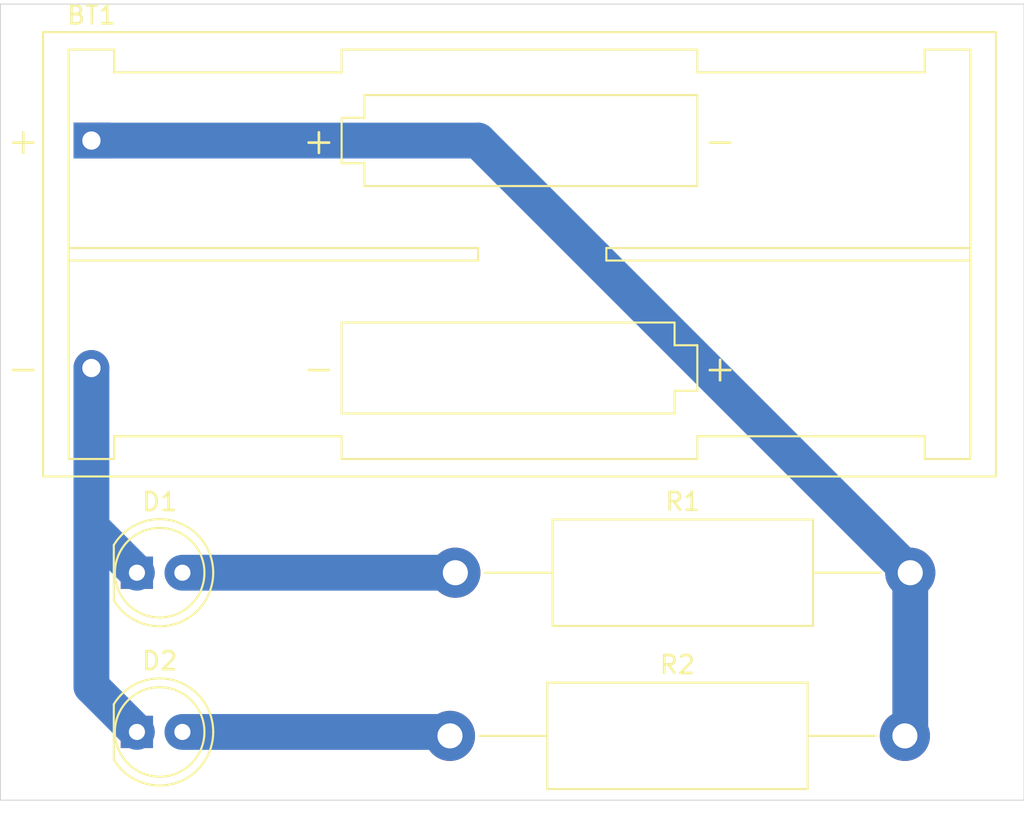
<source format=kicad_pcb>
(kicad_pcb (version 20171130) (host pcbnew "(5.1.6)-1")

  (general
    (thickness 1.6)
    (drawings 6)
    (tracks 11)
    (zones 0)
    (modules 5)
    (nets 5)
  )

  (page A4)
  (layers
    (0 F.Cu signal)
    (31 B.Cu signal)
    (32 B.Adhes user)
    (33 F.Adhes user)
    (34 B.Paste user)
    (35 F.Paste user)
    (36 B.SilkS user)
    (37 F.SilkS user)
    (38 B.Mask user)
    (39 F.Mask user)
    (40 Dwgs.User user)
    (41 Cmts.User user)
    (42 Eco1.User user)
    (43 Eco2.User user)
    (44 Edge.Cuts user)
    (45 Margin user)
    (46 B.CrtYd user)
    (47 F.CrtYd user)
    (48 B.Fab user)
    (49 F.Fab user)
  )

  (setup
    (last_trace_width 2)
    (user_trace_width 2)
    (trace_clearance 0.2)
    (zone_clearance 0.508)
    (zone_45_only no)
    (trace_min 0.2)
    (via_size 0.8)
    (via_drill 0.4)
    (via_min_size 0.4)
    (via_min_drill 0.3)
    (uvia_size 0.3)
    (uvia_drill 0.1)
    (uvias_allowed no)
    (uvia_min_size 0.2)
    (uvia_min_drill 0.1)
    (edge_width 0.05)
    (segment_width 0.2)
    (pcb_text_width 0.3)
    (pcb_text_size 1.5 1.5)
    (mod_edge_width 0.12)
    (mod_text_size 1 1)
    (mod_text_width 0.15)
    (pad_size 1.524 1.524)
    (pad_drill 0.762)
    (pad_to_mask_clearance 0.05)
    (aux_axis_origin 0 0)
    (visible_elements 7FFFFFFF)
    (pcbplotparams
      (layerselection 0x010fc_ffffffff)
      (usegerberextensions false)
      (usegerberattributes true)
      (usegerberadvancedattributes true)
      (creategerberjobfile true)
      (excludeedgelayer true)
      (linewidth 0.100000)
      (plotframeref false)
      (viasonmask false)
      (mode 1)
      (useauxorigin false)
      (hpglpennumber 1)
      (hpglpenspeed 20)
      (hpglpendiameter 15.000000)
      (psnegative false)
      (psa4output false)
      (plotreference true)
      (plotvalue true)
      (plotinvisibletext false)
      (padsonsilk false)
      (subtractmaskfromsilk false)
      (outputformat 1)
      (mirror false)
      (drillshape 1)
      (scaleselection 1)
      (outputdirectory ""))
  )

  (net 0 "")
  (net 1 GND)
  (net 2 "Net-(BT1-Pad1)")
  (net 3 "Net-(D1-Pad2)")
  (net 4 "Net-(D2-Pad2)")

  (net_class Default "This is the default net class."
    (clearance 0.2)
    (trace_width 0.25)
    (via_dia 0.8)
    (via_drill 0.4)
    (uvia_dia 0.3)
    (uvia_drill 0.1)
    (add_net GND)
    (add_net "Net-(BT1-Pad1)")
    (add_net "Net-(D1-Pad2)")
    (add_net "Net-(D2-Pad2)")
  )

  (module Resistor_THT:R_Axial_DIN0614_L14.3mm_D5.7mm_P25.40mm_Horizontal (layer F.Cu) (tedit 5AE5139B) (tstamp 5FA1C57C)
    (at 126.7 136.11)
    (descr "Resistor, Axial_DIN0614 series, Axial, Horizontal, pin pitch=25.4mm, 1.5W, length*diameter=14.3*5.7mm^2")
    (tags "Resistor Axial_DIN0614 series Axial Horizontal pin pitch 25.4mm 1.5W length 14.3mm diameter 5.7mm")
    (path /5FA17217)
    (fp_text reference R2 (at 12.7 -3.97) (layer F.SilkS)
      (effects (font (size 1 1) (thickness 0.15)))
    )
    (fp_text value 330 (at 12.7 3.97) (layer F.Fab)
      (effects (font (size 1 1) (thickness 0.15)))
    )
    (fp_text user %R (at 12.7 0) (layer F.Fab)
      (effects (font (size 1 1) (thickness 0.15)))
    )
    (fp_line (start 5.55 -2.85) (end 5.55 2.85) (layer F.Fab) (width 0.1))
    (fp_line (start 5.55 2.85) (end 19.85 2.85) (layer F.Fab) (width 0.1))
    (fp_line (start 19.85 2.85) (end 19.85 -2.85) (layer F.Fab) (width 0.1))
    (fp_line (start 19.85 -2.85) (end 5.55 -2.85) (layer F.Fab) (width 0.1))
    (fp_line (start 0 0) (end 5.55 0) (layer F.Fab) (width 0.1))
    (fp_line (start 25.4 0) (end 19.85 0) (layer F.Fab) (width 0.1))
    (fp_line (start 5.43 -2.97) (end 5.43 2.97) (layer F.SilkS) (width 0.12))
    (fp_line (start 5.43 2.97) (end 19.97 2.97) (layer F.SilkS) (width 0.12))
    (fp_line (start 19.97 2.97) (end 19.97 -2.97) (layer F.SilkS) (width 0.12))
    (fp_line (start 19.97 -2.97) (end 5.43 -2.97) (layer F.SilkS) (width 0.12))
    (fp_line (start 1.64 0) (end 5.43 0) (layer F.SilkS) (width 0.12))
    (fp_line (start 23.76 0) (end 19.97 0) (layer F.SilkS) (width 0.12))
    (fp_line (start -1.65 -3.1) (end -1.65 3.1) (layer F.CrtYd) (width 0.05))
    (fp_line (start -1.65 3.1) (end 27.05 3.1) (layer F.CrtYd) (width 0.05))
    (fp_line (start 27.05 3.1) (end 27.05 -3.1) (layer F.CrtYd) (width 0.05))
    (fp_line (start 27.05 -3.1) (end -1.65 -3.1) (layer F.CrtYd) (width 0.05))
    (pad 2 thru_hole oval (at 25.4 0) (size 2.8 2.8) (drill 1.4) (layers *.Cu *.Mask)
      (net 2 "Net-(BT1-Pad1)"))
    (pad 1 thru_hole circle (at 0 0) (size 2.8 2.8) (drill 1.4) (layers *.Cu *.Mask)
      (net 4 "Net-(D2-Pad2)"))
    (model ${KISYS3DMOD}/Resistor_THT.3dshapes/R_Axial_DIN0614_L14.3mm_D5.7mm_P25.40mm_Horizontal.wrl
      (at (xyz 0 0 0))
      (scale (xyz 1 1 1))
      (rotate (xyz 0 0 0))
    )
  )

  (module LED_THT:LED_D5.0mm (layer F.Cu) (tedit 5995936A) (tstamp 5FA1C5FD)
    (at 109.22 135.89)
    (descr "LED, diameter 5.0mm, 2 pins, http://cdn-reichelt.de/documents/datenblatt/A500/LL-504BC2E-009.pdf")
    (tags "LED diameter 5.0mm 2 pins")
    (path /5FA1681A)
    (fp_text reference D2 (at 1.27 -3.96) (layer F.SilkS)
      (effects (font (size 1 1) (thickness 0.15)))
    )
    (fp_text value "red LED" (at 1.27 3.96) (layer F.Fab)
      (effects (font (size 1 1) (thickness 0.15)))
    )
    (fp_text user %R (at 1.25 0) (layer F.Fab)
      (effects (font (size 0.8 0.8) (thickness 0.2)))
    )
    (fp_arc (start 1.27 0) (end -1.29 1.54483) (angle -148.9) (layer F.SilkS) (width 0.12))
    (fp_arc (start 1.27 0) (end -1.29 -1.54483) (angle 148.9) (layer F.SilkS) (width 0.12))
    (fp_arc (start 1.27 0) (end -1.23 -1.469694) (angle 299.1) (layer F.Fab) (width 0.1))
    (fp_circle (center 1.27 0) (end 3.77 0) (layer F.Fab) (width 0.1))
    (fp_circle (center 1.27 0) (end 3.77 0) (layer F.SilkS) (width 0.12))
    (fp_line (start -1.23 -1.469694) (end -1.23 1.469694) (layer F.Fab) (width 0.1))
    (fp_line (start -1.29 -1.545) (end -1.29 1.545) (layer F.SilkS) (width 0.12))
    (fp_line (start -1.95 -3.25) (end -1.95 3.25) (layer F.CrtYd) (width 0.05))
    (fp_line (start -1.95 3.25) (end 4.5 3.25) (layer F.CrtYd) (width 0.05))
    (fp_line (start 4.5 3.25) (end 4.5 -3.25) (layer F.CrtYd) (width 0.05))
    (fp_line (start 4.5 -3.25) (end -1.95 -3.25) (layer F.CrtYd) (width 0.05))
    (pad 2 thru_hole circle (at 2.54 0) (size 1.8 1.8) (drill 0.9) (layers *.Cu *.Mask)
      (net 4 "Net-(D2-Pad2)"))
    (pad 1 thru_hole rect (at 0 0) (size 1.8 1.8) (drill 0.9) (layers *.Cu *.Mask)
      (net 1 GND))
    (model ${KISYS3DMOD}/LED_THT.3dshapes/LED_D5.0mm.wrl
      (at (xyz 0 0 0))
      (scale (xyz 1 1 1))
      (rotate (xyz 0 0 0))
    )
  )

  (module Resistor_THT:R_Axial_DIN0614_L14.3mm_D5.7mm_P25.40mm_Horizontal (layer F.Cu) (tedit 5AE5139B) (tstamp 5F9EC7AE)
    (at 127 127)
    (descr "Resistor, Axial_DIN0614 series, Axial, Horizontal, pin pitch=25.4mm, 1.5W, length*diameter=14.3*5.7mm^2")
    (tags "Resistor Axial_DIN0614 series Axial Horizontal pin pitch 25.4mm 1.5W length 14.3mm diameter 5.7mm")
    (path /5F9EB705)
    (fp_text reference R1 (at 12.7 -3.97) (layer F.SilkS)
      (effects (font (size 1 1) (thickness 0.15)))
    )
    (fp_text value 330 (at 12.7 3.97) (layer F.Fab)
      (effects (font (size 1 1) (thickness 0.15)))
    )
    (fp_line (start 27.05 -3.1) (end -1.65 -3.1) (layer F.CrtYd) (width 0.05))
    (fp_line (start 27.05 3.1) (end 27.05 -3.1) (layer F.CrtYd) (width 0.05))
    (fp_line (start -1.65 3.1) (end 27.05 3.1) (layer F.CrtYd) (width 0.05))
    (fp_line (start -1.65 -3.1) (end -1.65 3.1) (layer F.CrtYd) (width 0.05))
    (fp_line (start 23.76 0) (end 19.97 0) (layer F.SilkS) (width 0.12))
    (fp_line (start 1.64 0) (end 5.43 0) (layer F.SilkS) (width 0.12))
    (fp_line (start 19.97 -2.97) (end 5.43 -2.97) (layer F.SilkS) (width 0.12))
    (fp_line (start 19.97 2.97) (end 19.97 -2.97) (layer F.SilkS) (width 0.12))
    (fp_line (start 5.43 2.97) (end 19.97 2.97) (layer F.SilkS) (width 0.12))
    (fp_line (start 5.43 -2.97) (end 5.43 2.97) (layer F.SilkS) (width 0.12))
    (fp_line (start 25.4 0) (end 19.85 0) (layer F.Fab) (width 0.1))
    (fp_line (start 0 0) (end 5.55 0) (layer F.Fab) (width 0.1))
    (fp_line (start 19.85 -2.85) (end 5.55 -2.85) (layer F.Fab) (width 0.1))
    (fp_line (start 19.85 2.85) (end 19.85 -2.85) (layer F.Fab) (width 0.1))
    (fp_line (start 5.55 2.85) (end 19.85 2.85) (layer F.Fab) (width 0.1))
    (fp_line (start 5.55 -2.85) (end 5.55 2.85) (layer F.Fab) (width 0.1))
    (fp_text user %R (at 12.7 0) (layer F.Fab)
      (effects (font (size 1 1) (thickness 0.15)))
    )
    (pad 2 thru_hole oval (at 25.4 0) (size 2.8 2.8) (drill 1.4) (layers *.Cu *.Mask)
      (net 2 "Net-(BT1-Pad1)"))
    (pad 1 thru_hole circle (at 0 0) (size 2.8 2.8) (drill 1.4) (layers *.Cu *.Mask)
      (net 3 "Net-(D1-Pad2)"))
    (model ${KISYS3DMOD}/Resistor_THT.3dshapes/R_Axial_DIN0614_L14.3mm_D5.7mm_P25.40mm_Horizontal.wrl
      (at (xyz 0 0 0))
      (scale (xyz 1 1 1))
      (rotate (xyz 0 0 0))
    )
  )

  (module LED_THT:LED_D5.0mm (layer F.Cu) (tedit 5995936A) (tstamp 5F9EC52D)
    (at 109.22 127)
    (descr "LED, diameter 5.0mm, 2 pins, http://cdn-reichelt.de/documents/datenblatt/A500/LL-504BC2E-009.pdf")
    (tags "LED diameter 5.0mm 2 pins")
    (path /5F9EA75D)
    (fp_text reference D1 (at 1.27 -3.96) (layer F.SilkS)
      (effects (font (size 1 1) (thickness 0.15)))
    )
    (fp_text value "red LED" (at 1.27 3.96) (layer F.Fab)
      (effects (font (size 1 1) (thickness 0.15)))
    )
    (fp_line (start 4.5 -3.25) (end -1.95 -3.25) (layer F.CrtYd) (width 0.05))
    (fp_line (start 4.5 3.25) (end 4.5 -3.25) (layer F.CrtYd) (width 0.05))
    (fp_line (start -1.95 3.25) (end 4.5 3.25) (layer F.CrtYd) (width 0.05))
    (fp_line (start -1.95 -3.25) (end -1.95 3.25) (layer F.CrtYd) (width 0.05))
    (fp_line (start -1.29 -1.545) (end -1.29 1.545) (layer F.SilkS) (width 0.12))
    (fp_line (start -1.23 -1.469694) (end -1.23 1.469694) (layer F.Fab) (width 0.1))
    (fp_circle (center 1.27 0) (end 3.77 0) (layer F.SilkS) (width 0.12))
    (fp_circle (center 1.27 0) (end 3.77 0) (layer F.Fab) (width 0.1))
    (fp_text user %R (at 1.25 0) (layer F.Fab)
      (effects (font (size 0.8 0.8) (thickness 0.2)))
    )
    (fp_arc (start 1.27 0) (end -1.29 1.54483) (angle -148.9) (layer F.SilkS) (width 0.12))
    (fp_arc (start 1.27 0) (end -1.29 -1.54483) (angle 148.9) (layer F.SilkS) (width 0.12))
    (fp_arc (start 1.27 0) (end -1.23 -1.469694) (angle 299.1) (layer F.Fab) (width 0.1))
    (pad 2 thru_hole circle (at 2.54 0) (size 1.8 1.8) (drill 0.9) (layers *.Cu *.Mask)
      (net 3 "Net-(D1-Pad2)"))
    (pad 1 thru_hole rect (at 0 0) (size 1.8 1.8) (drill 0.9) (layers *.Cu *.Mask)
      (net 1 GND))
    (model ${KISYS3DMOD}/LED_THT.3dshapes/LED_D5.0mm.wrl
      (at (xyz 0 0 0))
      (scale (xyz 1 1 1))
      (rotate (xyz 0 0 0))
    )
  )

  (module Battery:BatteryHolder_Keystone_2468_2xAAA (layer F.Cu) (tedit 5C9A5FE6) (tstamp 5F9EC51B)
    (at 106.68 102.87)
    (descr "2xAAA cell battery holder, Keystone P/N 2468, http://www.keyelco.com/product-pdf.cfm?p=1033")
    (tags "AAA battery cell holder")
    (path /5F9E9EB5)
    (fp_text reference BT1 (at 0 -7) (layer F.SilkS)
      (effects (font (size 1 1) (thickness 0.15)))
    )
    (fp_text value "AAA Battery x 2" (at 23.9 7.35) (layer F.Fab)
      (effects (font (size 1 1) (thickness 0.15)))
    )
    (fp_line (start -2.59 -5.945) (end 50.39 -5.945) (layer F.Fab) (width 0.1))
    (fp_line (start -2.59 18.645) (end 50.39 18.645) (layer F.Fab) (width 0.1))
    (fp_line (start 50.39 18.645) (end 50.39 -5.945) (layer F.Fab) (width 0.1))
    (fp_line (start -2.59 18.645) (end -2.59 -5.945) (layer F.Fab) (width 0.1))
    (fp_line (start 46.53 17.78) (end 46.53 16.51) (layer F.SilkS) (width 0.12))
    (fp_line (start 49.07 17.78) (end 46.53 17.78) (layer F.SilkS) (width 0.12))
    (fp_line (start 49.07 -5.08) (end 49.07 17.78) (layer F.SilkS) (width 0.12))
    (fp_line (start 46.53 -5.08) (end 46.53 -3.81) (layer F.SilkS) (width 0.12))
    (fp_line (start 49.07 -5.08) (end 46.53 -5.08) (layer F.SilkS) (width 0.12))
    (fp_line (start 1.27 16.51) (end 13.97 16.51) (layer F.SilkS) (width 0.12))
    (fp_line (start 1.27 17.78) (end 1.27 16.51) (layer F.SilkS) (width 0.12))
    (fp_line (start -1.27 17.78) (end 1.27 17.78) (layer F.SilkS) (width 0.12))
    (fp_line (start -1.27 -5.08) (end -1.27 17.78) (layer F.SilkS) (width 0.12))
    (fp_line (start 1.27 -5.08) (end -1.27 -5.08) (layer F.SilkS) (width 0.12))
    (fp_line (start 1.27 -3.81) (end 1.27 -5.08) (layer F.SilkS) (width 0.12))
    (fp_line (start 1.27 -3.81) (end 13.97 -3.81) (layer F.SilkS) (width 0.12))
    (fp_line (start 46.53 16.51) (end 33.83 16.51) (layer F.SilkS) (width 0.12))
    (fp_line (start 13.97 -5.08) (end 13.97 -3.81) (layer F.SilkS) (width 0.12))
    (fp_line (start 33.83 -5.08) (end 13.97 -5.08) (layer F.SilkS) (width 0.12))
    (fp_line (start 33.83 -3.81) (end 33.83 -5.08) (layer F.SilkS) (width 0.12))
    (fp_line (start 46.53 -3.81) (end 33.83 -3.81) (layer F.SilkS) (width 0.12))
    (fp_line (start 33.83 17.78) (end 33.83 16.51) (layer F.SilkS) (width 0.12))
    (fp_line (start 13.97 17.78) (end 33.83 17.78) (layer F.SilkS) (width 0.12))
    (fp_line (start 13.97 16.51) (end 13.97 17.78) (layer F.SilkS) (width 0.12))
    (fp_line (start 28.75 6.7) (end 49.07 6.7) (layer F.SilkS) (width 0.12))
    (fp_line (start 28.75 6) (end 28.75 6.7) (layer F.SilkS) (width 0.12))
    (fp_line (start 49.07 6) (end 28.75 6) (layer F.SilkS) (width 0.12))
    (fp_line (start 21.59 6.7) (end -1.27 6.7) (layer F.SilkS) (width 0.12))
    (fp_line (start 21.59 6) (end 21.59 6.7) (layer F.SilkS) (width 0.12))
    (fp_line (start -1.27 6) (end 21.59 6) (layer F.SilkS) (width 0.12))
    (fp_line (start 33.83 -2.54) (end 33.83 2.54) (layer F.SilkS) (width 0.12))
    (fp_line (start 15.24 -2.54) (end 33.83 -2.54) (layer F.SilkS) (width 0.12))
    (fp_line (start 15.24 -1.27) (end 15.24 -2.54) (layer F.SilkS) (width 0.12))
    (fp_line (start 13.97 -1.27) (end 15.24 -1.27) (layer F.SilkS) (width 0.12))
    (fp_line (start 13.97 1.27) (end 13.97 -1.27) (layer F.SilkS) (width 0.12))
    (fp_line (start 15.24 1.27) (end 13.97 1.27) (layer F.SilkS) (width 0.12))
    (fp_line (start 15.24 2.54) (end 15.24 1.27) (layer F.SilkS) (width 0.12))
    (fp_line (start 33.83 2.54) (end 15.24 2.54) (layer F.SilkS) (width 0.12))
    (fp_line (start 32.56 15.24) (end 13.97 15.24) (layer F.SilkS) (width 0.12))
    (fp_line (start 32.56 13.97) (end 32.56 15.24) (layer F.SilkS) (width 0.12))
    (fp_line (start 33.83 13.97) (end 32.56 13.97) (layer F.SilkS) (width 0.12))
    (fp_line (start 33.83 11.43) (end 33.83 13.97) (layer F.SilkS) (width 0.12))
    (fp_line (start 32.56 11.43) (end 33.83 11.43) (layer F.SilkS) (width 0.12))
    (fp_line (start 32.56 10.16) (end 32.56 11.43) (layer F.SilkS) (width 0.12))
    (fp_line (start 13.97 10.16) (end 32.56 10.16) (layer F.SilkS) (width 0.12))
    (fp_line (start 13.97 15.24) (end 13.97 10.16) (layer F.SilkS) (width 0.12))
    (fp_line (start 50.5 -6.055) (end -2.7 -6.055) (layer F.SilkS) (width 0.12))
    (fp_line (start -2.7 -6.05) (end -2.7 18.75) (layer F.SilkS) (width 0.12))
    (fp_line (start -2.7 18.755) (end 50.5 18.755) (layer F.SilkS) (width 0.12))
    (fp_line (start 50.5 18.75) (end 50.5 -6.05) (layer F.SilkS) (width 0.12))
    (fp_line (start 50.89 -6.45) (end -3.09 -6.45) (layer F.CrtYd) (width 0.05))
    (fp_line (start -3.09 -6.45) (end -3.09 19.15) (layer F.CrtYd) (width 0.05))
    (fp_line (start -3.09 19.15) (end 50.89 19.15) (layer F.CrtYd) (width 0.05))
    (fp_line (start 50.89 19.15) (end 50.89 -6.45) (layer F.CrtYd) (width 0.05))
    (fp_text user + (at 35.1 12.7) (layer F.SilkS)
      (effects (font (size 1.5 1.5) (thickness 0.15)))
    )
    (fp_text user - (at 12.7 12.7) (layer F.SilkS)
      (effects (font (size 1.5 1.5) (thickness 0.15)))
    )
    (fp_text user - (at 35.1 0) (layer F.SilkS)
      (effects (font (size 1.5 1.5) (thickness 0.15)))
    )
    (fp_text user + (at 12.7 0) (layer F.SilkS)
      (effects (font (size 1.5 1.5) (thickness 0.15)))
    )
    (fp_text user - (at -3.81 12.7) (layer F.SilkS)
      (effects (font (size 1.5 1.5) (thickness 0.15)))
    )
    (fp_text user + (at -3.81 0) (layer F.SilkS)
      (effects (font (size 1.5 1.5) (thickness 0.15)))
    )
    (fp_text user %R (at 23.9 5.35) (layer F.Fab)
      (effects (font (size 1 1) (thickness 0.15)))
    )
    (pad "" np_thru_hole circle (at 38.61 8.7) (size 3.45 3.45) (drill 3.45) (layers *.Cu *.Mask))
    (pad "" np_thru_hole circle (at 8.64 4) (size 3.45 3.45) (drill 3.45) (layers *.Cu))
    (pad 2 thru_hole circle (at 0 12.7) (size 2 2) (drill 1.02) (layers *.Cu *.Mask)
      (net 1 GND))
    (pad 1 thru_hole rect (at 0 0) (size 2 2) (drill 1.02) (layers *.Cu *.Mask)
      (net 2 "Net-(BT1-Pad1)"))
    (model ${KISYS3DMOD}/Battery.3dshapes/BatteryHolder_Keystone_2468_2xAAA.wrl
      (at (xyz 0 0 0))
      (scale (xyz 1 1 1))
      (rotate (xyz 0 0 0))
    )
  )

  (gr_line (start 158.75 139.7) (end 158.75 132.08) (layer Edge.Cuts) (width 0.05) (tstamp 5FA1C64A))
  (gr_line (start 101.6 139.7) (end 158.75 139.7) (layer Edge.Cuts) (width 0.05))
  (gr_line (start 101.6 132.08) (end 101.6 139.7) (layer Edge.Cuts) (width 0.05))
  (gr_line (start 101.6 132.08) (end 101.6 95.25) (layer Edge.Cuts) (width 0.05) (tstamp 5F9EC808))
  (gr_line (start 158.75 95.25) (end 158.75 132.08) (layer Edge.Cuts) (width 0.05))
  (gr_line (start 101.6 95.25) (end 158.75 95.25) (layer Edge.Cuts) (width 0.05))

  (segment (start 106.68 124.46) (end 109.22 127) (width 2) (layer B.Cu) (net 1))
  (segment (start 106.68 115.57) (end 106.68 124.46) (width 2) (layer B.Cu) (net 1))
  (segment (start 106.68 133.35) (end 109.22 135.89) (width 2) (layer B.Cu) (net 1))
  (segment (start 106.68 124.46) (end 106.68 133.35) (width 2) (layer B.Cu) (net 1))
  (segment (start 128.27 102.87) (end 152.4 127) (width 2) (layer B.Cu) (net 2))
  (segment (start 106.68 102.87) (end 128.27 102.87) (width 2) (layer B.Cu) (net 2))
  (segment (start 152.4 135.81) (end 152.1 136.11) (width 2) (layer B.Cu) (net 2))
  (segment (start 152.4 127) (end 152.4 135.81) (width 2) (layer B.Cu) (net 2))
  (segment (start 111.76 127) (end 127 127) (width 2) (layer B.Cu) (net 3))
  (segment (start 126.48 135.89) (end 126.7 136.11) (width 2) (layer B.Cu) (net 4))
  (segment (start 111.76 135.89) (end 126.48 135.89) (width 2) (layer B.Cu) (net 4))

)

</source>
